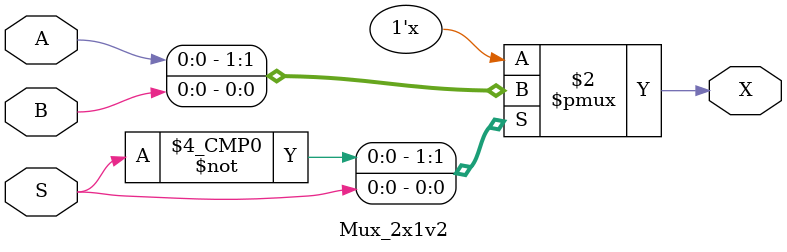
<source format=v>
module Mux_2x1v2 (
    input wire A,          // Input A
    input wire B,          // Input B
    input wire S,        // Select line
    output reg X           // Output X
);
always @(*) begin
    case (S)
        1'b0: X = A; // If S is 0, output A
        1'b1: X = B; // If S is 1, output B
        default: X = 1'bx; // Default case to handle unexpected values
    endcase
end
endmodule
</source>
